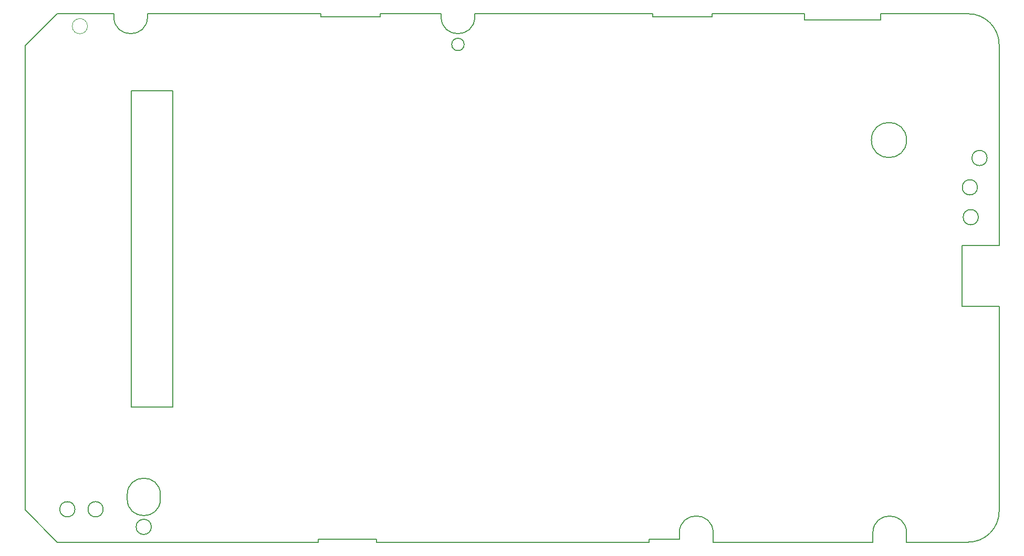
<source format=gm1>
G04 #@! TF.GenerationSoftware,KiCad,Pcbnew,(5.1.5)-3*
G04 #@! TF.CreationDate,2020-07-17T16:25:31-04:00*
G04 #@! TF.ProjectId,CPU,4350552e-6b69-4636-9164-5f7063625858,rev?*
G04 #@! TF.SameCoordinates,Original*
G04 #@! TF.FileFunction,Profile,NP*
%FSLAX46Y46*%
G04 Gerber Fmt 4.6, Leading zero omitted, Abs format (unit mm)*
G04 Created by KiCad (PCBNEW (5.1.5)-3) date 2020-07-17 16:25:31*
%MOMM*%
%LPD*%
G04 APERTURE LIST*
%ADD10C,0.050000*%
%ADD11C,0.200000*%
G04 APERTURE END LIST*
D10*
X40487000Y-47546121D02*
G75*
G03X40487000Y-47546121I-1225000J0D01*
G01*
D11*
X54250000Y-106981711D02*
X54250000Y-108999502D01*
X54250000Y-106981711D02*
X54250000Y-62500000D01*
X52244649Y-123177944D02*
X52244646Y-123883125D01*
X46898289Y-123190046D02*
X46898285Y-123882453D01*
X52244647Y-123883125D02*
G75*
G02X46898285Y-123882453I-2673181J2669D01*
G01*
X185538834Y-68822551D02*
G75*
G03X185538834Y-68822551I-1224946J0D01*
G01*
X38469241Y-125524140D02*
G75*
G03X38469241Y-125524140I-1224951J0D01*
G01*
X181466748Y-82983385D02*
X187478540Y-82983385D01*
X167126117Y-130830029D02*
X167126117Y-129330029D01*
X168341069Y-46546121D02*
X156126882Y-46546121D01*
X50168263Y-45546121D02*
X50168263Y-46046121D01*
X141229982Y-46046121D02*
X131597110Y-46046121D01*
X141369330Y-130830029D02*
X167126117Y-130830029D01*
X187482521Y-125838725D02*
G75*
G02X182482498Y-130830029I-5000023J8727D01*
G01*
X78130974Y-46046121D02*
X78130974Y-45546121D01*
X102931438Y-46046121D02*
G75*
G02X97510304Y-46046121I-2710567J0D01*
G01*
X46898289Y-123190046D02*
G75*
G02X52244649Y-123177944I2673180J6051D01*
G01*
X54250000Y-62500000D02*
X54250000Y-58000000D01*
X87083876Y-130830029D02*
X131015605Y-130830029D01*
X183983318Y-73559215D02*
G75*
G03X183983318Y-73559215I-1224953J0D01*
G01*
X167126116Y-129330029D02*
G75*
G02X172548670Y-129330029I2711277J0D01*
G01*
X131597110Y-46046121D02*
X131597110Y-45546121D01*
X135929376Y-130330029D02*
X135929376Y-129330029D01*
X97510304Y-46046121D02*
X97510304Y-45546121D01*
X87083876Y-130330029D02*
X87083876Y-130830029D01*
X135929376Y-129330029D02*
G75*
G02X141369330Y-129330029I2719977J0D01*
G01*
X47519831Y-58000498D02*
X47519831Y-109000000D01*
X172550041Y-65926567D02*
G75*
G03X172550041Y-65926567I-2834227J0D01*
G01*
X43020813Y-125524141D02*
G75*
G03X43020813Y-125524141I-1224952J0D01*
G01*
X156126882Y-46546121D02*
X156126882Y-45546121D01*
X182483907Y-45546096D02*
G75*
G02X187478540Y-50540729I0J-4994633D01*
G01*
X35598495Y-45546121D02*
X30420000Y-50727572D01*
X44747085Y-45546121D02*
X35598495Y-45546121D01*
X141229982Y-45546121D02*
X141229982Y-46046121D01*
X30420000Y-125654611D02*
X30420000Y-50727572D01*
X184123315Y-78379762D02*
G75*
G03X184123315Y-78379762I-1224949J0D01*
G01*
X181466748Y-92772064D02*
X181466748Y-82983385D01*
X50168263Y-46046121D02*
G75*
G02X44747085Y-46046121I-2710589J0D01*
G01*
X77720563Y-130833102D02*
X35598496Y-130833102D01*
X102931437Y-45546121D02*
X102931437Y-46046121D01*
X47519831Y-58000498D02*
X54250000Y-58000000D01*
X187482526Y-125835155D02*
X187482526Y-92772064D01*
X187482526Y-92772064D02*
X181466748Y-92772064D01*
X172548670Y-130830029D02*
X182482498Y-130830029D01*
X50783461Y-128366098D02*
G75*
G03X50783461Y-128366098I-1224948J0D01*
G01*
X172548670Y-129330029D02*
X172548670Y-130830029D01*
X54250000Y-108999502D02*
X47519831Y-109000000D01*
X101220871Y-50498121D02*
G75*
G03X101220871Y-50498121I-1000000J0D01*
G01*
X168341069Y-45546098D02*
X168341069Y-46546121D01*
X141369330Y-129330029D02*
X141369330Y-130830029D01*
X131015605Y-130830029D02*
X131015605Y-130330029D01*
X30420000Y-125654611D02*
X35598496Y-130833102D01*
X44747085Y-46046121D02*
X44747085Y-45546121D01*
X78130974Y-45546121D02*
X50168263Y-45546121D01*
X87665858Y-46046121D02*
X78130974Y-46046121D01*
X87665858Y-45546121D02*
X87665858Y-46046121D01*
X182482413Y-45546098D02*
X168341069Y-45546098D01*
X77720563Y-130330029D02*
X87083876Y-130330029D01*
X97510304Y-45546121D02*
X87665858Y-45546121D01*
X131597110Y-45546121D02*
X102931437Y-45546121D01*
X156126882Y-45546121D02*
X141229982Y-45546121D01*
X187478540Y-82983385D02*
X187478540Y-50540729D01*
X131015605Y-130330029D02*
X135929376Y-130330029D01*
X77720563Y-130833102D02*
X77720563Y-130330029D01*
M02*

</source>
